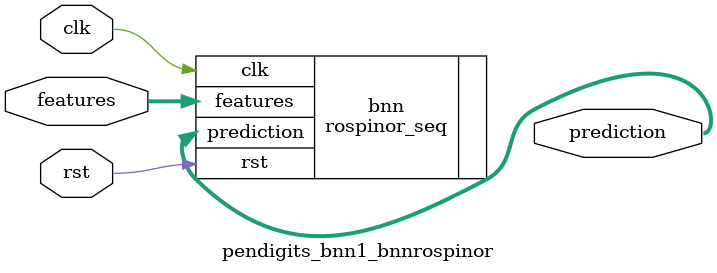
<source format=v>













module pendigits_bnn1_bnnrospinor #(

parameter FEAT_CNT = 16,
parameter HIDDEN_CNT = 40,
parameter FEAT_BITS = 4,
parameter CLASS_CNT = 10,
parameter TEST_CNT = 1000


  ) (
  input clk,
  input rst,
  input [FEAT_CNT*FEAT_BITS-1:0] features,
  output [$clog2(CLASS_CNT)-1:0] prediction
  );

  localparam Weights0 = 640'b0101101001100011101101101101100110110001000001111010010111001000110110101111010101010001111100000110101111111000111000001101101000000011010100101110100101011010010010111010010010010101010110001011110100100011010011100001101100010110101111011010111110110001101100101111010110110101000010011110111110000101010111111100000110010010001111011111101111010000010100000101100101001010000110110100001111101100101100000010101110100100001101111011101011100101011010100101001111001010000111010000011100001011000000000010111100000101001110001010010100011110010010100110001001001011111110000001011011101101010100011111000001001101000110100010101101000010 ;
  localparam Weights1 = 400'b0000100000101111101101100001011000110000011110110111101011101100111100000000000001011101010001011000011110000100011101100111000000001111010000000110111100001000010010110010110110100000011111111101000010001000011011000111010110000010000010110101011011010111100111100010101011111110110001011100011000001010100011000011111010001111111000101011111010000101001111000111000011011001011111000001101001000001 ;

  rospinor_seq #(.FEAT_CNT(FEAT_CNT),.FEAT_BITS(FEAT_BITS),.HIDDEN_CNT(HIDDEN_CNT),.CLASS_CNT(CLASS_CNT),.Weights0(Weights0),.Weights1(Weights1)) bnn (
    .clk(clk),
    .rst(rst),
    .features(features),
    .prediction(prediction)
  );

endmodule

</source>
